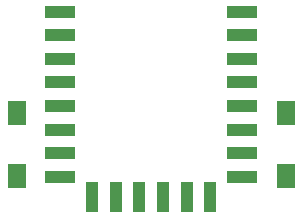
<source format=gbr>
%TF.GenerationSoftware,KiCad,Pcbnew,(5.1.9)-1*%
%TF.CreationDate,2021-09-09T22:51:27+02:00*%
%TF.ProjectId,star,73746172-2e6b-4696-9361-645f70636258,rev?*%
%TF.SameCoordinates,Original*%
%TF.FileFunction,Paste,Top*%
%TF.FilePolarity,Positive*%
%FSLAX46Y46*%
G04 Gerber Fmt 4.6, Leading zero omitted, Abs format (unit mm)*
G04 Created by KiCad (PCBNEW (5.1.9)-1) date 2021-09-09 22:51:27*
%MOMM*%
%LPD*%
G01*
G04 APERTURE LIST*
%ADD10R,1.100000X2.500000*%
%ADD11R,2.500000X1.100000*%
%ADD12R,1.600000X2.000000*%
G04 APERTURE END LIST*
D10*
%TO.C,U1*%
X102900000Y-100950000D03*
X100900000Y-100950000D03*
X98900000Y-100950000D03*
X96900000Y-100950000D03*
X94900000Y-100950000D03*
X92900000Y-100950000D03*
D11*
X105610000Y-85250000D03*
X105610000Y-87250000D03*
X105610000Y-89250000D03*
X105610000Y-91250000D03*
X105610000Y-93250000D03*
X105610000Y-95250000D03*
X105610000Y-97250000D03*
X105610000Y-99250000D03*
X90210000Y-99250000D03*
X90210000Y-97250000D03*
X90210000Y-95250000D03*
X90210000Y-93250000D03*
X90210000Y-91250000D03*
X90210000Y-89250000D03*
X90210000Y-87250000D03*
X90210000Y-85250000D03*
%TD*%
D12*
%TO.C,SW2*%
X109300000Y-99200000D03*
X109300000Y-93800000D03*
%TD*%
%TO.C,SW1*%
X86500000Y-99200000D03*
X86500000Y-93800000D03*
%TD*%
M02*

</source>
